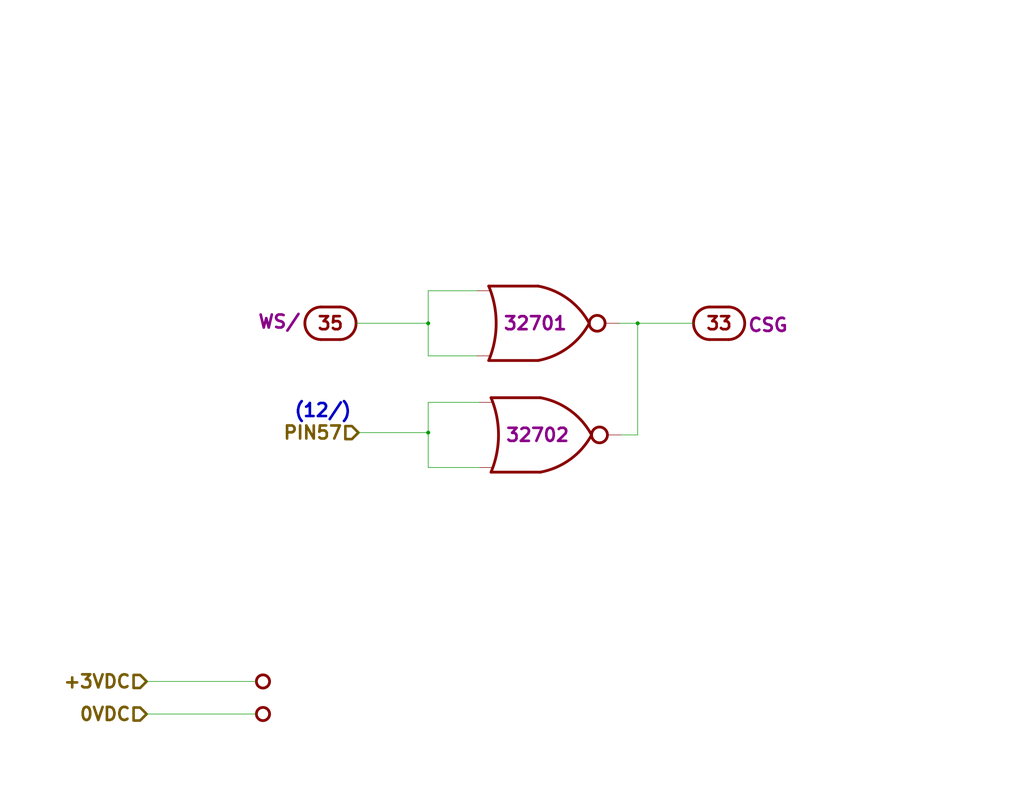
<source format=kicad_sch>
(kicad_sch (version 20211123) (generator eeschema)
  (paper "USLetter")
  (title_block (title "BLOCK I LOGIC FLOW B, MODULE A18, DRAWING 1006542") (date "2018-11-24") (rev "Draft") (comment 1 "Modules A18"))
  (junction (at 116.84 118.11))
  (junction (at 173.99 88.265))
  (junction (at 116.84 88.265))
  (wire (pts (xy 97.155 88.265) (xy 116.84 88.265)))
  (wire (pts (xy 116.84 118.11) (xy 116.84 127.635)))
  (wire (pts (xy 116.84 109.855) (xy 116.84 118.11)))
  (wire (pts (xy 130.81 109.855) (xy 116.84 109.855)))
  (wire (pts (xy 40.005 194.945) (xy 69.85 194.945)))
  (wire (pts (xy 130.175 79.375) (xy 116.84 79.375)))
  (wire (pts (xy 116.84 127.635) (xy 130.81 127.635)))
  (wire (pts (xy 116.84 88.265) (xy 116.84 97.155)))
  (wire (pts (xy 116.84 79.375) (xy 116.84 88.265)))
  (wire (pts (xy 173.99 88.265) (xy 189.23 88.265)))
  (wire (pts (xy 116.84 118.11) (xy 97.79 118.11)))
  (wire (pts (xy 173.99 118.745) (xy 173.99 88.265)))
  (wire (pts (xy 40.005 186.055) (xy 69.85 186.055)))
  (wire (pts (xy 169.545 118.745) (xy 173.99 118.745)))
  (wire (pts (xy 116.84 97.155) (xy 130.175 97.155)))
  (wire (pts (xy 168.91 88.265) (xy 173.99 88.265)))
  (text "(12/)" (at 80.01 114.3 0) (effects (font (size 3.556 3.556) (thickness 0.7112) bold) (justify left bottom)))
  (hierarchical_label "PIN57" (shape input) (at 97.79 118.11 180) (effects (font (size 3.556 3.556) (thickness 0.7112) bold)))
  (hierarchical_label "0VDC" (shape input) (at 40.005 194.945 180) (effects (font (size 3.556 3.556) (thickness 0.7112) bold)))
  (hierarchical_label "+3VDC" (shape input) (at 40.005 186.055 180) (effects (font (size 3.556 3.556) (thickness 0.7112) bold)))
  (symbol (lib_id "D3NOR-+3VDC-0VDC-nd1021041:D3NOR-+3VDC-0VDC-nd1021041-1_5-___") (at 146.05 88.265 0) (unit 1)
    (property "Reference" "U401" (effects hide))
    (property "Value" "D3NOR-+3VDC-0VDC-nd1021041-1_5-___" (effects hide))
    (property "Location" "32701" (at 146.05 88.265 0) (effects (font (size 3.556 3.556) bold)))
  )
  (symbol (lib_id "AGC_DSKY:ConnectorGeneric") (at 90.17 88.265 0) (unit 35)
    (property "Reference" "J1" (effects hide))
    (property "Value" "ConnectorGeneric" (effects hide))
    (property "Caption" "WS/" (at 76.2 90.17 0) (effects (font (size 3.556 3.556) bold) (justify bottom)))
  )
  (symbol (lib_id "D3NOR-+3VDC-0VDC-nd1021041:D3NOR-+3VDC-0VDC-nd1021041-1_5-___") (at 146.685 118.745 0) (unit 1)
    (property "Reference" "U402" (effects hide))
    (property "Value" "D3NOR-+3VDC-0VDC-nd1021041-1_5-___" (effects hide))
    (property "Location" "32702" (at 146.685 118.745 0) (effects (font (size 3.556 3.556) bold)))
  )
  (symbol (lib_id "AGC_DSKY:ConnectorGeneric") (at 196.215 88.265 180) (unit 33)
    (property "Reference" "J1" (effects hide))
    (property "Value" "ConnectorGeneric" (effects hide))
    (property "Caption" "CSG" (at 209.55 86.36 0) (effects (font (size 3.556 3.556) bold) (justify bottom)))
  )
  (symbol (lib_id "AGC_DSKY:Node2") (at 71.755 186.055 180)
    (property "Reference" "N401" (effects hide))
    (property "Value" "Node2" (effects hide))
    (property "Caption" "+3VDC" (effects hide))
  )
  (symbol (lib_id "AGC_DSKY:Node2") (at 71.755 194.945 180)
    (property "Reference" "N402" (effects hide))
    (property "Value" "Node2" (effects hide))
    (property "Caption" "0VDC" (effects hide))
  )
)
</source>
